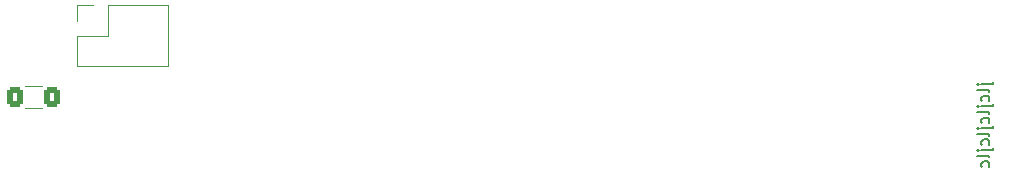
<source format=gbr>
G04 #@! TF.GenerationSoftware,KiCad,Pcbnew,(6.99.0-2452-gdb4f2d9dd8)*
G04 #@! TF.CreationDate,2022-08-01T22:50:41-05:00*
G04 #@! TF.ProjectId,PTP,5054502e-6b69-4636-9164-5f7063625858,rev?*
G04 #@! TF.SameCoordinates,Original*
G04 #@! TF.FileFunction,Legend,Bot*
G04 #@! TF.FilePolarity,Positive*
%FSLAX46Y46*%
G04 Gerber Fmt 4.6, Leading zero omitted, Abs format (unit mm)*
G04 Created by KiCad (PCBNEW (6.99.0-2452-gdb4f2d9dd8)) date 2022-08-01 22:50:41*
%MOMM*%
%LPD*%
G01*
G04 APERTURE LIST*
G04 Aperture macros list*
%AMRoundRect*
0 Rectangle with rounded corners*
0 $1 Rounding radius*
0 $2 $3 $4 $5 $6 $7 $8 $9 X,Y pos of 4 corners*
0 Add a 4 corners polygon primitive as box body*
4,1,4,$2,$3,$4,$5,$6,$7,$8,$9,$2,$3,0*
0 Add four circle primitives for the rounded corners*
1,1,$1+$1,$2,$3*
1,1,$1+$1,$4,$5*
1,1,$1+$1,$6,$7*
1,1,$1+$1,$8,$9*
0 Add four rect primitives between the rounded corners*
20,1,$1+$1,$2,$3,$4,$5,0*
20,1,$1+$1,$4,$5,$6,$7,0*
20,1,$1+$1,$6,$7,$8,$9,0*
20,1,$1+$1,$8,$9,$2,$3,0*%
G04 Aperture macros list end*
%ADD10C,0.150000*%
%ADD11C,0.120000*%
%ADD12R,1.800000X1.800000*%
%ADD13C,1.800000*%
%ADD14R,1.700000X1.700000*%
%ADD15O,1.700000X1.700000*%
%ADD16RoundRect,0.250000X-0.400000X-0.625000X0.400000X-0.625000X0.400000X0.625000X-0.400000X0.625000X0*%
G04 APERTURE END LIST*
D10*
X178900714Y-86723809D02*
X179757857Y-86723809D01*
X179757857Y-86723809D02*
X179853095Y-86676190D01*
X179853095Y-86676190D02*
X179900714Y-86580952D01*
X179900714Y-86580952D02*
X179900714Y-86533333D01*
X178567380Y-86723809D02*
X178615000Y-86676190D01*
X178615000Y-86676190D02*
X178662619Y-86723809D01*
X178662619Y-86723809D02*
X178615000Y-86771428D01*
X178615000Y-86771428D02*
X178567380Y-86723809D01*
X178567380Y-86723809D02*
X178662619Y-86723809D01*
X179567380Y-87342856D02*
X179519761Y-87247618D01*
X179519761Y-87247618D02*
X179424523Y-87199999D01*
X179424523Y-87199999D02*
X178567380Y-87199999D01*
X179519761Y-88152380D02*
X179567380Y-88057142D01*
X179567380Y-88057142D02*
X179567380Y-87866666D01*
X179567380Y-87866666D02*
X179519761Y-87771428D01*
X179519761Y-87771428D02*
X179472142Y-87723809D01*
X179472142Y-87723809D02*
X179376904Y-87676190D01*
X179376904Y-87676190D02*
X179091190Y-87676190D01*
X179091190Y-87676190D02*
X178995952Y-87723809D01*
X178995952Y-87723809D02*
X178948333Y-87771428D01*
X178948333Y-87771428D02*
X178900714Y-87866666D01*
X178900714Y-87866666D02*
X178900714Y-88057142D01*
X178900714Y-88057142D02*
X178948333Y-88152380D01*
X178900714Y-88580952D02*
X179757857Y-88580952D01*
X179757857Y-88580952D02*
X179853095Y-88533333D01*
X179853095Y-88533333D02*
X179900714Y-88438095D01*
X179900714Y-88438095D02*
X179900714Y-88390476D01*
X178567380Y-88580952D02*
X178615000Y-88533333D01*
X178615000Y-88533333D02*
X178662619Y-88580952D01*
X178662619Y-88580952D02*
X178615000Y-88628571D01*
X178615000Y-88628571D02*
X178567380Y-88580952D01*
X178567380Y-88580952D02*
X178662619Y-88580952D01*
X179567380Y-89199999D02*
X179519761Y-89104761D01*
X179519761Y-89104761D02*
X179424523Y-89057142D01*
X179424523Y-89057142D02*
X178567380Y-89057142D01*
X179519761Y-90009523D02*
X179567380Y-89914285D01*
X179567380Y-89914285D02*
X179567380Y-89723809D01*
X179567380Y-89723809D02*
X179519761Y-89628571D01*
X179519761Y-89628571D02*
X179472142Y-89580952D01*
X179472142Y-89580952D02*
X179376904Y-89533333D01*
X179376904Y-89533333D02*
X179091190Y-89533333D01*
X179091190Y-89533333D02*
X178995952Y-89580952D01*
X178995952Y-89580952D02*
X178948333Y-89628571D01*
X178948333Y-89628571D02*
X178900714Y-89723809D01*
X178900714Y-89723809D02*
X178900714Y-89914285D01*
X178900714Y-89914285D02*
X178948333Y-90009523D01*
X178900714Y-90438095D02*
X179757857Y-90438095D01*
X179757857Y-90438095D02*
X179853095Y-90390476D01*
X179853095Y-90390476D02*
X179900714Y-90295238D01*
X179900714Y-90295238D02*
X179900714Y-90247619D01*
X178567380Y-90438095D02*
X178615000Y-90390476D01*
X178615000Y-90390476D02*
X178662619Y-90438095D01*
X178662619Y-90438095D02*
X178615000Y-90485714D01*
X178615000Y-90485714D02*
X178567380Y-90438095D01*
X178567380Y-90438095D02*
X178662619Y-90438095D01*
X179567380Y-91057142D02*
X179519761Y-90961904D01*
X179519761Y-90961904D02*
X179424523Y-90914285D01*
X179424523Y-90914285D02*
X178567380Y-90914285D01*
X179519761Y-91866666D02*
X179567380Y-91771428D01*
X179567380Y-91771428D02*
X179567380Y-91580952D01*
X179567380Y-91580952D02*
X179519761Y-91485714D01*
X179519761Y-91485714D02*
X179472142Y-91438095D01*
X179472142Y-91438095D02*
X179376904Y-91390476D01*
X179376904Y-91390476D02*
X179091190Y-91390476D01*
X179091190Y-91390476D02*
X178995952Y-91438095D01*
X178995952Y-91438095D02*
X178948333Y-91485714D01*
X178948333Y-91485714D02*
X178900714Y-91580952D01*
X178900714Y-91580952D02*
X178900714Y-91771428D01*
X178900714Y-91771428D02*
X178948333Y-91866666D01*
X178900714Y-92295238D02*
X179757857Y-92295238D01*
X179757857Y-92295238D02*
X179853095Y-92247619D01*
X179853095Y-92247619D02*
X179900714Y-92152381D01*
X179900714Y-92152381D02*
X179900714Y-92104762D01*
X178567380Y-92295238D02*
X178615000Y-92247619D01*
X178615000Y-92247619D02*
X178662619Y-92295238D01*
X178662619Y-92295238D02*
X178615000Y-92342857D01*
X178615000Y-92342857D02*
X178567380Y-92295238D01*
X178567380Y-92295238D02*
X178662619Y-92295238D01*
X179567380Y-92914285D02*
X179519761Y-92819047D01*
X179519761Y-92819047D02*
X179424523Y-92771428D01*
X179424523Y-92771428D02*
X178567380Y-92771428D01*
X179519761Y-93723809D02*
X179567380Y-93628571D01*
X179567380Y-93628571D02*
X179567380Y-93438095D01*
X179567380Y-93438095D02*
X179519761Y-93342857D01*
X179519761Y-93342857D02*
X179472142Y-93295238D01*
X179472142Y-93295238D02*
X179376904Y-93247619D01*
X179376904Y-93247619D02*
X179091190Y-93247619D01*
X179091190Y-93247619D02*
X178995952Y-93295238D01*
X178995952Y-93295238D02*
X178948333Y-93342857D01*
X178948333Y-93342857D02*
X178900714Y-93438095D01*
X178900714Y-93438095D02*
X178900714Y-93628571D01*
X178900714Y-93628571D02*
X178948333Y-93723809D01*
D11*
X110070000Y-80000000D02*
X110070000Y-85200000D01*
X104930000Y-80000000D02*
X110070000Y-80000000D01*
X104930000Y-80000000D02*
X104930000Y-82600000D01*
X103660000Y-80000000D02*
X102330000Y-80000000D01*
X102330000Y-80000000D02*
X102330000Y-81330000D01*
X104930000Y-82600000D02*
X102330000Y-82600000D01*
X102330000Y-82600000D02*
X102330000Y-85200000D01*
X102330000Y-85200000D02*
X110070000Y-85200000D01*
X97922936Y-86890000D02*
X99377064Y-86890000D01*
X97922936Y-88710000D02*
X99377064Y-88710000D01*
%LPC*%
D12*
X97099999Y-80929999D03*
D13*
X97100000Y-83470000D03*
D14*
X103659999Y-81329999D03*
D15*
X103659999Y-83869999D03*
X106199999Y-81329999D03*
X106199999Y-83869999D03*
X108739999Y-81329999D03*
X108739999Y-83869999D03*
D16*
X97100000Y-87800000D03*
X100200000Y-87800000D03*
M02*

</source>
